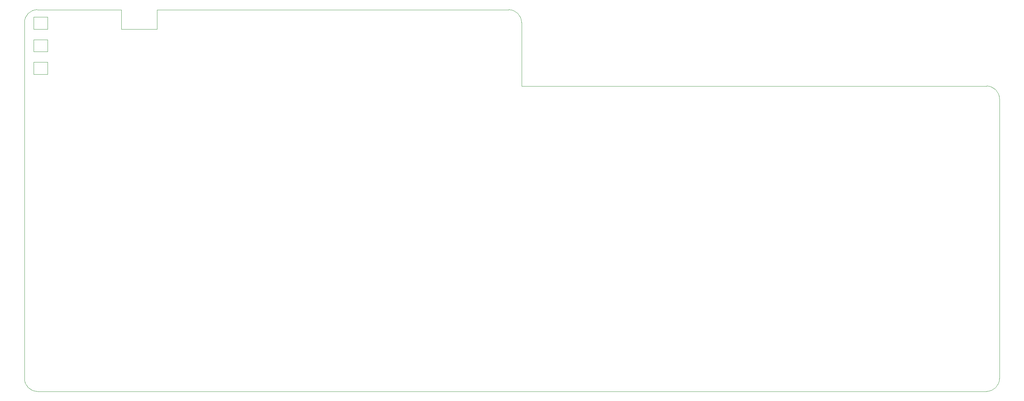
<source format=gbr>
%TF.GenerationSoftware,KiCad,Pcbnew,8.0.3*%
%TF.CreationDate,2024-08-17T22:33:00+02:00*%
%TF.ProjectId,the-nicholas-van V1,7468652d-6e69-4636-986f-6c61732d7661,rev?*%
%TF.SameCoordinates,Original*%
%TF.FileFunction,Profile,NP*%
%FSLAX46Y46*%
G04 Gerber Fmt 4.6, Leading zero omitted, Abs format (unit mm)*
G04 Created by KiCad (PCBNEW 8.0.3) date 2024-08-17 22:33:00*
%MOMM*%
%LPD*%
G01*
G04 APERTURE LIST*
%TA.AperFunction,Profile*%
%ADD10C,0.050000*%
%TD*%
%TA.AperFunction,Profile*%
%ADD11C,0.120000*%
%TD*%
G04 APERTURE END LIST*
D10*
X28575000Y-141287500D02*
X28575000Y-71437500D01*
X51244500Y-49212500D02*
X52686296Y-49212500D01*
X62928500Y-49212500D02*
X149225000Y-49212500D01*
X52684425Y-54074950D02*
X61625054Y-54074950D01*
X271462500Y-141287500D02*
G75*
G02*
X268287500Y-144462500I-3175000J0D01*
G01*
X31750000Y-49212500D02*
X51244500Y-49212500D01*
X28575000Y-71437500D02*
X28575000Y-52387500D01*
X235346875Y-68262500D02*
X161925000Y-68262500D01*
X152400000Y-52387500D02*
X152400000Y-68262500D01*
X28575000Y-52387500D02*
G75*
G02*
X31750000Y-49212500I3175000J0D01*
G01*
X268287500Y-68262500D02*
G75*
G02*
X271462500Y-71437500I0J-3175000D01*
G01*
X235346875Y-68262500D02*
X248046875Y-68262500D01*
X152400000Y-68262500D02*
X161925000Y-68262500D01*
X61625054Y-54074950D02*
X61626296Y-49212500D01*
X268287500Y-144462500D02*
X31750000Y-144462500D01*
X271462500Y-71437500D02*
X271462500Y-141287500D01*
X31750000Y-144462500D02*
G75*
G02*
X28575000Y-141287500I0J3175000D01*
G01*
X52686296Y-49212500D02*
X52684425Y-54074950D01*
X248046875Y-68262500D02*
X268287500Y-68262500D01*
X62928500Y-49212500D02*
X61626296Y-49212500D01*
X149225000Y-49212500D02*
G75*
G02*
X152400000Y-52387500I-100J-3175100D01*
G01*
D11*
%TO.C,LED1*%
X30900000Y-62317500D02*
X30900000Y-65317500D01*
X30900000Y-65317500D02*
X34300000Y-65317500D01*
X34300000Y-62317500D02*
X30900000Y-62317500D01*
X34300000Y-65317500D02*
X34300000Y-62317500D01*
%TO.C,LED3*%
X30899000Y-51052500D02*
X30899000Y-54052500D01*
X30899000Y-54052500D02*
X34299000Y-54052500D01*
X34299000Y-51052500D02*
X30899000Y-51052500D01*
X34299000Y-54052500D02*
X34299000Y-51052500D01*
%TO.C,LED2*%
X30899000Y-56685000D02*
X30899000Y-59685000D01*
X30899000Y-59685000D02*
X34299000Y-59685000D01*
X34299000Y-56685000D02*
X30899000Y-56685000D01*
X34299000Y-59685000D02*
X34299000Y-56685000D01*
%TD*%
M02*

</source>
